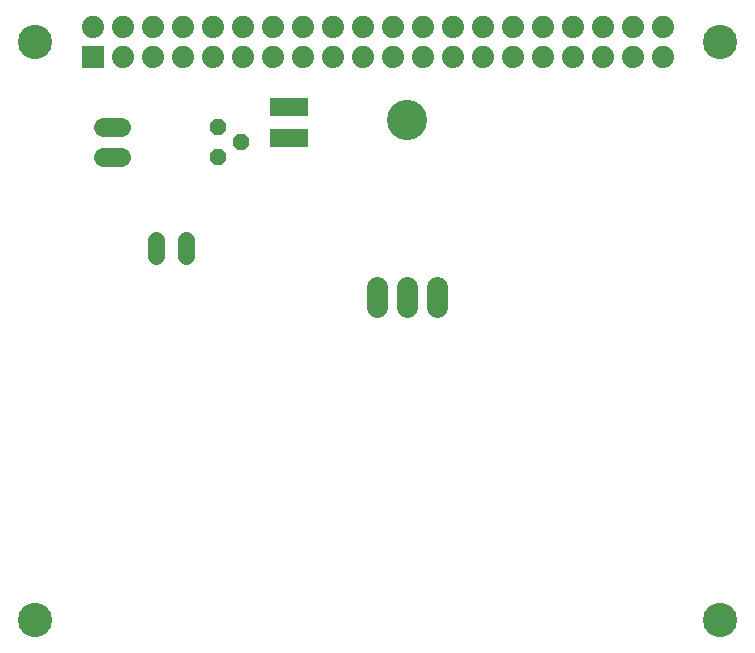
<source format=gbr>
G04 EAGLE Gerber RS-274X export*
G75*
%MOMM*%
%FSLAX34Y34*%
%LPD*%
%INSoldermask Top*%
%IPPOS*%
%AMOC8*
5,1,8,0,0,1.08239X$1,22.5*%
G01*
%ADD10C,2.901600*%
%ADD11R,1.879600X1.879600*%
%ADD12C,1.879600*%
%ADD13C,1.609600*%
%ADD14P,1.539592X8X292.500000*%
%ADD15C,1.422400*%
%ADD16C,1.778000*%
%ADD17C,3.403600*%
%ADD18R,3.301600X1.601600*%


D10*
X35000Y35000D03*
X35000Y525000D03*
X615000Y525000D03*
X615000Y35000D03*
D11*
X83700Y512300D03*
D12*
X83700Y537700D03*
X109100Y512300D03*
X109100Y537700D03*
X134500Y512300D03*
X134500Y537700D03*
X159900Y512300D03*
X159900Y537700D03*
X185300Y512300D03*
X185300Y537700D03*
X210700Y512300D03*
X210700Y537700D03*
X236100Y512300D03*
X236100Y537700D03*
X261500Y512300D03*
X261500Y537700D03*
X286900Y512300D03*
X286900Y537700D03*
X312300Y512300D03*
X312300Y537700D03*
X337700Y512300D03*
X337700Y537700D03*
X363100Y512300D03*
X363100Y537700D03*
X388500Y512300D03*
X388500Y537700D03*
X413900Y512300D03*
X413900Y537700D03*
X439300Y512300D03*
X439300Y537700D03*
X464700Y512300D03*
X464700Y537700D03*
X490100Y512300D03*
X490100Y537700D03*
X515500Y512300D03*
X515500Y537700D03*
X540900Y512300D03*
X540900Y537700D03*
X566300Y512300D03*
X566300Y537700D03*
D13*
X107540Y427300D02*
X92460Y427300D01*
X92460Y452700D02*
X107540Y452700D01*
D14*
X190000Y427300D03*
X209050Y440000D03*
X190000Y452700D03*
D15*
X137300Y356604D02*
X137300Y343396D01*
X162700Y343396D02*
X162700Y356604D01*
D16*
X324600Y316782D02*
X324600Y300018D01*
X350000Y300018D02*
X350000Y316782D01*
X375400Y316782D02*
X375400Y300018D01*
D17*
X350000Y458260D03*
D18*
X250000Y470000D03*
X250000Y443000D03*
M02*

</source>
